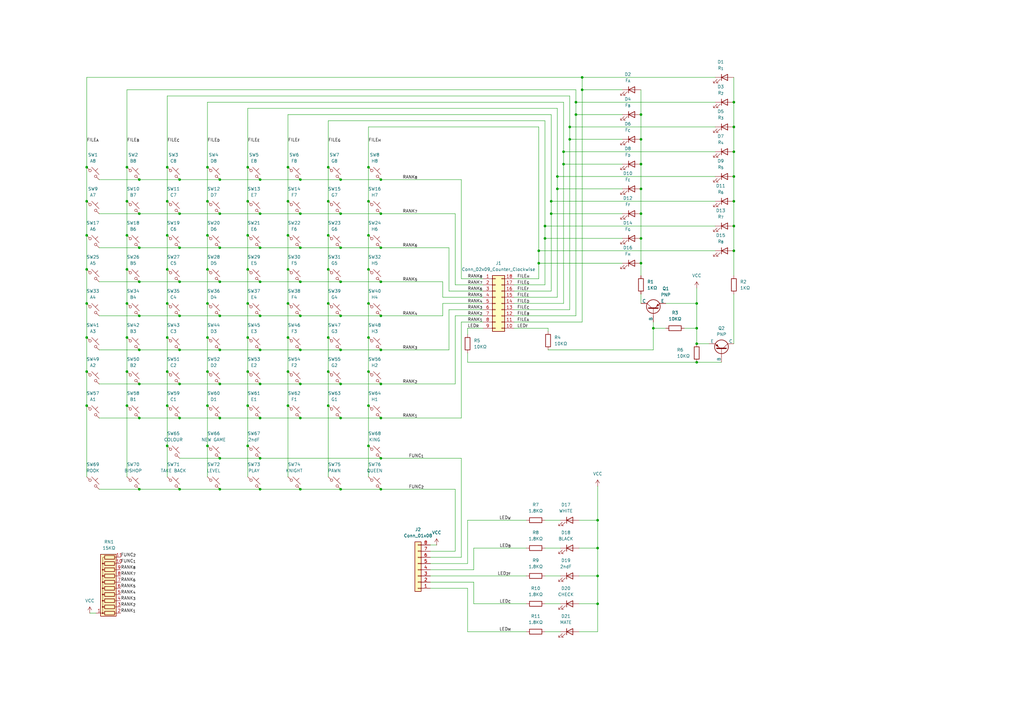
<source format=kicad_sch>
(kicad_sch (version 20250114) (generator "eeschema") (generator_version "9.0")
  (paper "A3")
  (title_block (title "Chess Keypad for Tandy 1650") (date "16/JAN/2026") (rev "WIP") (company "Brett Hallen"))
  (junction (at 151.13 124.46))
  (junction (at 35.56 124.46))
  (junction (at 52.07 96.52))
  (junction (at 68.58 82.55))
  (junction (at 106.68 143.51))
  (junction (at 134.62 68.58))
  (junction (at 57.15 101.6))
  (junction (at 57.15 157.48))
  (junction (at 262.89 77.47))
  (junction (at 139.7 115.57))
  (junction (at 300.99 92.71))
  (junction (at 220.98 107.95))
  (junction (at 300.99 52.07))
  (junction (at 262.89 57.15))
  (junction (at 139.7 157.48))
  (junction (at 118.11 166.37))
  (junction (at 90.17 200.66))
  (junction (at 220.98 102.87))
  (junction (at 85.09 166.37))
  (junction (at 68.58 138.43))
  (junction (at 35.56 96.52))
  (junction (at 73.66 143.51))
  (junction (at 123.19 115.57))
  (junction (at 57.15 87.63))
  (junction (at 57.15 200.66))
  (junction (at 245.11 236.22))
  (junction (at 231.14 62.23))
  (junction (at 151.13 166.37))
  (junction (at 57.15 171.45))
  (junction (at 57.15 129.54))
  (junction (at 101.6 68.58))
  (junction (at 262.89 107.95))
  (junction (at 233.68 57.15))
  (junction (at 156.21 187.96))
  (junction (at 226.06 87.63))
  (junction (at 134.62 124.46))
  (junction (at 231.14 67.31))
  (junction (at 52.07 82.55))
  (junction (at 52.07 152.4))
  (junction (at 285.75 124.46))
  (junction (at 68.58 110.49))
  (junction (at 73.66 171.45))
  (junction (at 35.56 152.4))
  (junction (at 300.99 72.39))
  (junction (at 73.66 87.63))
  (junction (at 68.58 68.58))
  (junction (at 57.15 115.57))
  (junction (at 285.75 140.97))
  (junction (at 106.68 157.48))
  (junction (at 73.66 115.57))
  (junction (at 223.52 97.79))
  (junction (at 68.58 152.4))
  (junction (at 101.6 138.43))
  (junction (at 134.62 152.4))
  (junction (at 106.68 129.54))
  (junction (at 123.19 200.66))
  (junction (at 106.68 87.63))
  (junction (at 233.68 52.07))
  (junction (at 267.97 134.62))
  (junction (at 106.68 187.96))
  (junction (at 123.19 157.48))
  (junction (at 35.56 68.58))
  (junction (at 118.11 124.46))
  (junction (at 68.58 166.37))
  (junction (at 245.11 247.65))
  (junction (at 156.21 171.45))
  (junction (at 101.6 96.52))
  (junction (at 35.56 82.55))
  (junction (at 85.09 138.43))
  (junction (at 73.66 200.66))
  (junction (at 156.21 129.54))
  (junction (at 90.17 87.63))
  (junction (at 134.62 110.49))
  (junction (at 73.66 129.54))
  (junction (at 68.58 182.88))
  (junction (at 300.99 82.55))
  (junction (at 238.76 31.75))
  (junction (at 90.17 187.96))
  (junction (at 118.11 138.43))
  (junction (at 35.56 138.43))
  (junction (at 156.21 200.66))
  (junction (at 106.68 101.6))
  (junction (at 85.09 152.4))
  (junction (at 262.89 97.79))
  (junction (at 57.15 143.51))
  (junction (at 139.7 171.45))
  (junction (at 236.22 41.91))
  (junction (at 90.17 157.48))
  (junction (at 151.13 152.4))
  (junction (at 123.19 87.63))
  (junction (at 52.07 138.43))
  (junction (at 52.07 166.37))
  (junction (at 139.7 73.66))
  (junction (at 35.56 166.37))
  (junction (at 139.7 129.54))
  (junction (at 118.11 152.4))
  (junction (at 156.21 101.6))
  (junction (at 118.11 110.49))
  (junction (at 101.6 124.46))
  (junction (at 139.7 101.6))
  (junction (at 123.19 129.54))
  (junction (at 134.62 96.52))
  (junction (at 151.13 82.55))
  (junction (at 106.68 73.66))
  (junction (at 139.7 143.51))
  (junction (at 245.11 224.79))
  (junction (at 118.11 68.58))
  (junction (at 106.68 171.45))
  (junction (at 73.66 157.48))
  (junction (at 68.58 124.46))
  (junction (at 151.13 68.58))
  (junction (at 139.7 200.66))
  (junction (at 52.07 110.49))
  (junction (at 123.19 143.51))
  (junction (at 245.11 213.36))
  (junction (at 85.09 124.46))
  (junction (at 151.13 96.52))
  (junction (at 223.52 92.71))
  (junction (at 101.6 182.88))
  (junction (at 238.76 36.83))
  (junction (at 85.09 110.49))
  (junction (at 262.89 46.99))
  (junction (at 85.09 182.88))
  (junction (at 236.22 46.99))
  (junction (at 106.68 115.57))
  (junction (at 151.13 110.49))
  (junction (at 73.66 101.6))
  (junction (at 300.99 102.87))
  (junction (at 156.21 115.57))
  (junction (at 57.15 73.66))
  (junction (at 151.13 182.88))
  (junction (at 106.68 200.66))
  (junction (at 228.6 77.47))
  (junction (at 156.21 87.63))
  (junction (at 123.19 101.6))
  (junction (at 151.13 138.43))
  (junction (at 101.6 152.4))
  (junction (at 52.07 124.46))
  (junction (at 101.6 110.49))
  (junction (at 118.11 96.52))
  (junction (at 90.17 171.45))
  (junction (at 73.66 73.66))
  (junction (at 90.17 129.54))
  (junction (at 90.17 73.66))
  (junction (at 101.6 82.55))
  (junction (at 262.89 67.31))
  (junction (at 85.09 82.55))
  (junction (at 85.09 68.58))
  (junction (at 101.6 166.37))
  (junction (at 226.06 82.55))
  (junction (at 156.21 73.66))
  (junction (at 139.7 87.63))
  (junction (at 123.19 73.66))
  (junction (at 300.99 41.91))
  (junction (at 262.89 87.63))
  (junction (at 90.17 143.51))
  (junction (at 285.75 148.59))
  (junction (at 85.09 96.52))
  (junction (at 90.17 115.57))
  (junction (at 156.21 143.51))
  (junction (at 134.62 138.43))
  (junction (at 118.11 82.55))
  (junction (at 134.62 82.55))
  (junction (at 123.19 171.45))
  (junction (at 52.07 68.58))
  (junction (at 285.75 134.62))
  (junction (at 68.58 96.52))
  (junction (at 134.62 166.37))
  (junction (at 90.17 101.6))
  (junction (at 300.99 62.23))
  (junction (at 228.6 72.39))
  (junction (at 35.56 110.49))
  (junction (at 156.21 157.48))
  (wire (pts (xy 273.05 134.62) (xy 267.97 134.62)))
  (wire (pts (xy 85.09 41.91) (xy 85.09 68.58)))
  (wire (pts (xy 57.15 129.54) (xy 73.66 129.54)))
  (wire (pts (xy 118.11 110.49) (xy 118.11 124.46)))
  (wire (pts (xy 228.6 44.45) (xy 228.6 72.39)))
  (wire (pts (xy 52.07 166.37) (xy 52.07 195.58)))
  (wire (pts (xy 194.31 238.76) (xy 194.31 247.65)))
  (wire (pts (xy 198.12 129.54) (xy 186.69 129.54)))
  (wire (pts (xy 156.21 171.45) (xy 189.23 171.45)))
  (wire (pts (xy 106.68 171.45) (xy 123.19 171.45)))
  (wire (pts (xy 223.52 224.79) (xy 229.87 224.79)))
  (wire (pts (xy 181.61 121.92) (xy 181.61 115.57)))
  (wire (pts (xy 123.19 171.45) (xy 139.7 171.45)))
  (wire (pts (xy 156.21 187.96) (xy 189.23 187.96)))
  (wire (pts (xy 176.53 228.6) (xy 189.23 228.6)))
  (wire (pts (xy 134.62 68.58) (xy 134.62 82.55)))
  (wire (pts (xy 52.07 138.43) (xy 52.07 152.4)))
  (wire (pts (xy 245.11 236.22) (xy 237.49 236.22)))
  (wire (pts (xy 139.7 157.48) (xy 156.21 157.48)))
  (wire (pts (xy 223.52 92.71) (xy 223.52 97.79)))
  (wire (pts (xy 90.17 200.66) (xy 106.68 200.66)))
  (wire (pts (xy 300.99 72.39) (xy 300.99 82.55)))
  (wire (pts (xy 90.17 171.45) (xy 106.68 171.45)))
  (wire (pts (xy 285.75 148.59) (xy 295.91 148.59)))
  (wire (pts (xy 123.19 143.51) (xy 139.7 143.51)))
  (wire (pts (xy 40.64 87.63) (xy 57.15 87.63)))
  (wire (pts (xy 262.89 120.65) (xy 262.89 124.46)))
  (wire (pts (xy 139.7 101.6) (xy 156.21 101.6)))
  (wire (pts (xy 73.66 115.57) (xy 90.17 115.57)))
  (wire (pts (xy 57.15 171.45) (xy 73.66 171.45)))
  (wire (pts (xy 210.82 132.08) (xy 238.76 132.08)))
  (wire (pts (xy 224.79 134.62) (xy 210.82 134.62)))
  (wire (pts (xy 189.23 228.6) (xy 189.23 187.96)))
  (wire (pts (xy 151.13 96.52) (xy 151.13 110.49)))
  (wire (pts (xy 90.17 73.66) (xy 106.68 73.66)))
  (wire (pts (xy 85.09 166.37) (xy 85.09 182.88)))
  (wire (pts (xy 300.99 52.07) (xy 300.99 62.23)))
  (wire (pts (xy 210.82 114.3) (xy 220.98 114.3)))
  (wire (pts (xy 224.79 135.89) (xy 224.79 134.62)))
  (wire (pts (xy 223.52 97.79) (xy 255.27 97.79)))
  (wire (pts (xy 151.13 182.88) (xy 151.13 195.58)))
  (wire (pts (xy 68.58 110.49) (xy 68.58 124.46)))
  (wire (pts (xy 151.13 68.58) (xy 151.13 82.55)))
  (wire (pts (xy 156.21 200.66) (xy 186.69 200.66)))
  (wire (pts (xy 236.22 46.99) (xy 236.22 129.54)))
  (wire (pts (xy 231.14 67.31) (xy 231.14 124.46)))
  (wire (pts (xy 151.13 110.49) (xy 151.13 124.46)))
  (wire (pts (xy 40.64 115.57) (xy 57.15 115.57)))
  (wire (pts (xy 191.77 241.3) (xy 191.77 259.08)))
  (wire (pts (xy 236.22 41.91) (xy 236.22 46.99)))
  (wire (pts (xy 233.68 52.07) (xy 233.68 57.15)))
  (wire (pts (xy 300.99 31.75) (xy 300.99 41.91)))
  (wire (pts (xy 245.11 213.36) (xy 237.49 213.36)))
  (wire (pts (xy 238.76 36.83) (xy 238.76 132.08)))
  (wire (pts (xy 134.62 152.4) (xy 134.62 166.37)))
  (wire (pts (xy 181.61 124.46) (xy 181.61 129.54)))
  (wire (pts (xy 184.15 119.38) (xy 184.15 101.6)))
  (wire (pts (xy 226.06 119.38) (xy 226.06 87.63)))
  (wire (pts (xy 90.17 143.51) (xy 106.68 143.51)))
  (wire (pts (xy 210.82 116.84) (xy 223.52 116.84)))
  (wire (pts (xy 223.52 49.53) (xy 223.52 92.71)))
  (wire (pts (xy 101.6 166.37) (xy 101.6 182.88)))
  (wire (pts (xy 68.58 166.37) (xy 68.58 182.88)))
  (wire (pts (xy 90.17 101.6) (xy 106.68 101.6)))
  (wire (pts (xy 73.66 73.66) (xy 90.17 73.66)))
  (wire (pts (xy 179.07 223.52) (xy 176.53 223.52)))
  (wire (pts (xy 228.6 72.39) (xy 293.37 72.39)))
  (wire (pts (xy 293.37 31.75) (xy 238.76 31.75)))
  (wire (pts (xy 123.19 73.66) (xy 139.7 73.66)))
  (wire (pts (xy 73.66 87.63) (xy 90.17 87.63)))
  (wire (pts (xy 231.14 67.31) (xy 255.27 67.31)))
  (wire (pts (xy 123.19 115.57) (xy 139.7 115.57)))
  (wire (pts (xy 52.07 96.52) (xy 52.07 110.49)))
  (wire (pts (xy 245.11 236.22) (xy 245.11 247.65)))
  (wire (pts (xy 300.99 62.23) (xy 300.99 72.39)))
  (wire (pts (xy 123.19 200.66) (xy 139.7 200.66)))
  (wire (pts (xy 106.68 101.6) (xy 123.19 101.6)))
  (wire (pts (xy 198.12 119.38) (xy 184.15 119.38)))
  (wire (pts (xy 191.77 148.59) (xy 285.75 148.59)))
  (wire (pts (xy 223.52 92.71) (xy 293.37 92.71)))
  (wire (pts (xy 267.97 132.08) (xy 267.97 134.62)))
  (wire (pts (xy 198.12 121.92) (xy 181.61 121.92)))
  (wire (pts (xy 35.56 82.55) (xy 35.56 96.52)))
  (wire (pts (xy 262.89 46.99) (xy 262.89 57.15)))
  (wire (pts (xy 85.09 124.46) (xy 85.09 138.43)))
  (wire (pts (xy 52.07 36.83) (xy 52.07 68.58)))
  (wire (pts (xy 68.58 138.43) (xy 68.58 152.4)))
  (wire (pts (xy 134.62 138.43) (xy 134.62 152.4)))
  (wire (pts (xy 134.62 49.53) (xy 134.62 68.58)))
  (wire (pts (xy 85.09 152.4) (xy 85.09 166.37)))
  (wire (pts (xy 90.17 157.48) (xy 106.68 157.48)))
  (wire (pts (xy 118.11 96.52) (xy 118.11 110.49)))
  (wire (pts (xy 139.7 129.54) (xy 156.21 129.54)))
  (wire (pts (xy 85.09 96.52) (xy 85.09 110.49)))
  (wire (pts (xy 210.82 129.54) (xy 236.22 129.54)))
  (wire (pts (xy 285.75 140.97) (xy 285.75 134.62)))
  (wire (pts (xy 90.17 187.96) (xy 106.68 187.96)))
  (wire (pts (xy 123.19 101.6) (xy 139.7 101.6)))
  (wire (pts (xy 236.22 36.83) (xy 236.22 41.91)))
  (wire (pts (xy 262.89 87.63) (xy 262.89 97.79)))
  (wire (pts (xy 220.98 52.07) (xy 151.13 52.07)))
  (wire (pts (xy 215.9 259.08) (xy 191.77 259.08)))
  (wire (pts (xy 139.7 200.66) (xy 156.21 200.66)))
  (wire (pts (xy 186.69 116.84) (xy 186.69 87.63)))
  (wire (pts (xy 73.66 129.54) (xy 90.17 129.54)))
  (wire (pts (xy 194.31 224.79) (xy 194.31 233.68)))
  (wire (pts (xy 228.6 44.45) (xy 101.6 44.45)))
  (wire (pts (xy 106.68 200.66) (xy 123.19 200.66)))
  (wire (pts (xy 226.06 87.63) (xy 255.27 87.63)))
  (wire (pts (xy 262.89 67.31) (xy 262.89 77.47)))
  (wire (pts (xy 156.21 143.51) (xy 184.15 143.51)))
  (wire (pts (xy 215.9 247.65) (xy 194.31 247.65)))
  (wire (pts (xy 273.05 124.46) (xy 285.75 124.46)))
  (wire (pts (xy 85.09 110.49) (xy 85.09 124.46)))
  (wire (pts (xy 73.66 101.6) (xy 90.17 101.6)))
  (wire (pts (xy 176.53 241.3) (xy 191.77 241.3)))
  (wire (pts (xy 300.99 92.71) (xy 300.99 102.87)))
  (wire (pts (xy 101.6 68.58) (xy 101.6 82.55)))
  (wire (pts (xy 267.97 134.62) (xy 267.97 143.51)))
  (wire (pts (xy 52.07 152.4) (xy 52.07 166.37)))
  (wire (pts (xy 231.14 62.23) (xy 231.14 67.31)))
  (wire (pts (xy 210.82 121.92) (xy 228.6 121.92)))
  (wire (pts (xy 106.68 187.96) (xy 156.21 187.96)))
  (wire (pts (xy 238.76 31.75) (xy 35.56 31.75)))
  (wire (pts (xy 101.6 96.52) (xy 101.6 110.49)))
  (wire (pts (xy 245.11 224.79) (xy 245.11 236.22)))
  (wire (pts (xy 198.12 132.08) (xy 189.23 132.08)))
  (wire (pts (xy 198.12 127) (xy 184.15 127)))
  (wire (pts (xy 156.21 87.63) (xy 186.69 87.63)))
  (wire (pts (xy 73.66 171.45) (xy 90.17 171.45)))
  (wire (pts (xy 300.99 82.55) (xy 300.99 92.71)))
  (wire (pts (xy 262.89 107.95) (xy 262.89 113.03)))
  (wire (pts (xy 238.76 31.75) (xy 238.76 36.83)))
  (wire (pts (xy 236.22 46.99) (xy 255.27 46.99)))
  (wire (pts (xy 101.6 152.4) (xy 101.6 166.37)))
  (wire (pts (xy 90.17 129.54) (xy 106.68 129.54)))
  (wire (pts (xy 224.79 143.51) (xy 267.97 143.51)))
  (wire (pts (xy 156.21 115.57) (xy 181.61 115.57)))
  (wire (pts (xy 35.56 110.49) (xy 35.56 124.46)))
  (wire (pts (xy 68.58 82.55) (xy 68.58 96.52)))
  (wire (pts (xy 57.15 143.51) (xy 73.66 143.51)))
  (wire (pts (xy 186.69 129.54) (xy 186.69 157.48)))
  (wire (pts (xy 210.82 124.46) (xy 231.14 124.46)))
  (wire (pts (xy 134.62 124.46) (xy 134.62 138.43)))
  (wire (pts (xy 285.75 134.62) (xy 285.75 124.46)))
  (wire (pts (xy 262.89 57.15) (xy 262.89 67.31)))
  (wire (pts (xy 40.64 143.51) (xy 57.15 143.51)))
  (wire (pts (xy 90.17 87.63) (xy 106.68 87.63)))
  (wire (pts (xy 237.49 247.65) (xy 245.11 247.65)))
  (wire (pts (xy 40.64 129.54) (xy 57.15 129.54)))
  (wire (pts (xy 300.99 102.87) (xy 300.99 113.03)))
  (wire (pts (xy 198.12 134.62) (xy 191.77 134.62)))
  (wire (pts (xy 290.83 140.97) (xy 285.75 140.97)))
  (wire (pts (xy 85.09 82.55) (xy 85.09 96.52)))
  (wire (pts (xy 35.56 124.46) (xy 35.56 138.43)))
  (wire (pts (xy 176.53 231.14) (xy 191.77 231.14)))
  (wire (pts (xy 156.21 129.54) (xy 181.61 129.54)))
  (wire (pts (xy 36.83 251.46) (xy 39.37 251.46)))
  (wire (pts (xy 106.68 143.51) (xy 123.19 143.51)))
  (wire (pts (xy 139.7 87.63) (xy 156.21 87.63)))
  (wire (pts (xy 35.56 31.75) (xy 35.56 68.58)))
  (wire (pts (xy 226.06 46.99) (xy 226.06 82.55)))
  (wire (pts (xy 220.98 107.95) (xy 255.27 107.95)))
  (wire (pts (xy 184.15 127) (xy 184.15 143.51)))
  (wire (pts (xy 231.14 41.91) (xy 231.14 62.23)))
  (wire (pts (xy 57.15 87.63) (xy 73.66 87.63)))
  (wire (pts (xy 101.6 44.45) (xy 101.6 68.58)))
  (wire (pts (xy 52.07 124.46) (xy 52.07 138.43)))
  (wire (pts (xy 73.66 143.51) (xy 90.17 143.51)))
  (wire (pts (xy 226.06 46.99) (xy 118.11 46.99)))
  (wire (pts (xy 198.12 116.84) (xy 186.69 116.84)))
  (wire (pts (xy 220.98 114.3) (xy 220.98 107.95)))
  (wire (pts (xy 68.58 182.88) (xy 68.58 195.58)))
  (wire (pts (xy 231.14 41.91) (xy 85.09 41.91)))
  (wire (pts (xy 245.11 199.39) (xy 245.11 213.36)))
  (wire (pts (xy 233.68 39.37) (xy 68.58 39.37)))
  (wire (pts (xy 139.7 171.45) (xy 156.21 171.45)))
  (wire (pts (xy 228.6 77.47) (xy 228.6 121.92)))
  (wire (pts (xy 68.58 124.46) (xy 68.58 138.43)))
  (wire (pts (xy 101.6 124.46) (xy 101.6 138.43)))
  (wire (pts (xy 191.77 144.78) (xy 191.77 148.59)))
  (wire (pts (xy 233.68 57.15) (xy 233.68 127)))
  (wire (pts (xy 134.62 96.52) (xy 134.62 110.49)))
  (wire (pts (xy 223.52 259.08) (xy 229.87 259.08)))
  (wire (pts (xy 280.67 134.62) (xy 285.75 134.62)))
  (wire (pts (xy 101.6 138.43) (xy 101.6 152.4)))
  (wire (pts (xy 233.68 39.37) (xy 233.68 52.07)))
  (wire (pts (xy 118.11 138.43) (xy 118.11 152.4)))
  (wire (pts (xy 35.56 138.43) (xy 35.56 152.4)))
  (wire (pts (xy 57.15 115.57) (xy 73.66 115.57)))
  (wire (pts (xy 123.19 157.48) (xy 139.7 157.48)))
  (wire (pts (xy 262.89 77.47) (xy 262.89 87.63)))
  (wire (pts (xy 231.14 62.23) (xy 293.37 62.23)))
  (wire (pts (xy 220.98 102.87) (xy 220.98 107.95)))
  (wire (pts (xy 68.58 39.37) (xy 68.58 68.58)))
  (wire (pts (xy 151.13 52.07) (xy 151.13 68.58)))
  (wire (pts (xy 156.21 73.66) (xy 189.23 73.66)))
  (wire (pts (xy 118.11 46.99) (xy 118.11 68.58)))
  (wire (pts (xy 236.22 36.83) (xy 52.07 36.83)))
  (wire (pts (xy 123.19 87.63) (xy 139.7 87.63)))
  (wire (pts (xy 40.64 200.66) (xy 57.15 200.66)))
  (wire (pts (xy 151.13 152.4) (xy 151.13 166.37)))
  (wire (pts (xy 139.7 143.51) (xy 156.21 143.51)))
  (wire (pts (xy 134.62 166.37) (xy 134.62 195.58)))
  (wire (pts (xy 198.12 114.3) (xy 189.23 114.3)))
  (wire (pts (xy 106.68 115.57) (xy 123.19 115.57)))
  (wire (pts (xy 151.13 82.55) (xy 151.13 96.52)))
  (wire (pts (xy 233.68 57.15) (xy 255.27 57.15)))
  (wire (pts (xy 40.64 73.66) (xy 57.15 73.66)))
  (wire (pts (xy 220.98 52.07) (xy 220.98 102.87)))
  (wire (pts (xy 223.52 116.84) (xy 223.52 97.79)))
  (wire (pts (xy 101.6 82.55) (xy 101.6 96.52)))
  (wire (pts (xy 106.68 73.66) (xy 123.19 73.66)))
  (wire (pts (xy 118.11 124.46) (xy 118.11 138.43)))
  (wire (pts (xy 151.13 124.46) (xy 151.13 138.43)))
  (wire (pts (xy 189.23 132.08) (xy 189.23 171.45)))
  (wire (pts (xy 300.99 41.91) (xy 300.99 52.07)))
  (wire (pts (xy 233.68 52.07) (xy 293.37 52.07)))
  (wire (pts (xy 118.11 152.4) (xy 118.11 166.37)))
  (wire (pts (xy 90.17 115.57) (xy 106.68 115.57)))
  (wire (pts (xy 73.66 187.96) (xy 90.17 187.96)))
  (wire (pts (xy 285.75 118.11) (xy 285.75 124.46)))
  (wire (pts (xy 176.53 236.22) (xy 215.9 236.22)))
  (wire (pts (xy 223.52 49.53) (xy 134.62 49.53)))
  (wire (pts (xy 226.06 82.55) (xy 293.37 82.55)))
  (wire (pts (xy 237.49 259.08) (xy 245.11 259.08)))
  (wire (pts (xy 215.9 213.36) (xy 191.77 213.36)))
  (wire (pts (xy 85.09 138.43) (xy 85.09 152.4)))
  (wire (pts (xy 186.69 226.06) (xy 186.69 200.66)))
  (wire (pts (xy 85.09 182.88) (xy 85.09 195.58)))
  (wire (pts (xy 52.07 110.49) (xy 52.07 124.46)))
  (wire (pts (xy 191.77 134.62) (xy 191.77 137.16)))
  (wire (pts (xy 151.13 166.37) (xy 151.13 182.88)))
  (wire (pts (xy 176.53 238.76) (xy 194.31 238.76)))
  (wire (pts (xy 191.77 213.36) (xy 191.77 231.14)))
  (wire (pts (xy 35.56 68.58) (xy 35.56 82.55)))
  (wire (pts (xy 245.11 247.65) (xy 245.11 259.08)))
  (wire (pts (xy 226.06 82.55) (xy 226.06 87.63)))
  (wire (pts (xy 101.6 110.49) (xy 101.6 124.46)))
  (wire (pts (xy 245.11 224.79) (xy 237.49 224.79)))
  (wire (pts (xy 228.6 72.39) (xy 228.6 77.47)))
  (wire (pts (xy 210.82 127) (xy 233.68 127)))
  (wire (pts (xy 223.52 236.22) (xy 229.87 236.22)))
  (wire (pts (xy 68.58 68.58) (xy 68.58 82.55)))
  (wire (pts (xy 151.13 138.43) (xy 151.13 152.4)))
  (wire (pts (xy 156.21 157.48) (xy 186.69 157.48)))
  (wire (pts (xy 228.6 77.47) (xy 255.27 77.47)))
  (wire (pts (xy 52.07 82.55) (xy 52.07 96.52)))
  (wire (pts (xy 35.56 96.52) (xy 35.56 110.49)))
  (wire (pts (xy 176.53 226.06) (xy 186.69 226.06)))
  (wire (pts (xy 223.52 213.36) (xy 229.87 213.36)))
  (wire (pts (xy 236.22 41.91) (xy 293.37 41.91)))
  (wire (pts (xy 223.52 247.65) (xy 229.87 247.65)))
  (wire (pts (xy 40.64 157.48) (xy 57.15 157.48)))
  (wire (pts (xy 139.7 115.57) (xy 156.21 115.57)))
  (wire (pts (xy 85.09 68.58) (xy 85.09 82.55)))
  (wire (pts (xy 156.21 101.6) (xy 184.15 101.6)))
  (wire (pts (xy 106.68 129.54) (xy 123.19 129.54)))
  (wire (pts (xy 189.23 114.3) (xy 189.23 73.66)))
  (wire (pts (xy 57.15 157.48) (xy 73.66 157.48)))
  (wire (pts (xy 118.11 166.37) (xy 118.11 195.58)))
  (wire (pts (xy 57.15 73.66) (xy 73.66 73.66)))
  (wire (pts (xy 262.89 36.83) (xy 262.89 46.99)))
  (wire (pts (xy 106.68 87.63) (xy 123.19 87.63)))
  (wire (pts (xy 57.15 101.6) (xy 73.66 101.6)))
  (wire (pts (xy 35.56 152.4) (xy 35.56 166.37)))
  (wire (pts (xy 238.76 36.83) (xy 255.27 36.83)))
  (wire (pts (xy 139.7 73.66) (xy 156.21 73.66)))
  (wire (pts (xy 300.99 120.65) (xy 300.99 140.97)))
  (wire (pts (xy 198.12 124.46) (xy 181.61 124.46)))
  (wire (pts (xy 118.11 82.55) (xy 118.11 96.52)))
  (wire (pts (xy 35.56 166.37) (xy 35.56 195.58)))
  (wire (pts (xy 118.11 68.58) (xy 118.11 82.55)))
  (wire (pts (xy 73.66 200.66) (xy 90.17 200.66)))
  (wire (pts (xy 68.58 96.52) (xy 68.58 110.49)))
  (wire (pts (xy 220.98 102.87) (xy 293.37 102.87)))
  (wire (pts (xy 40.64 171.45) (xy 57.15 171.45)))
  (wire (pts (xy 57.15 200.66) (xy 73.66 200.66)))
  (wire (pts (xy 73.66 157.48) (xy 90.17 157.48)))
  (wire (pts (xy 68.58 152.4) (xy 68.58 166.37)))
  (wire (pts (xy 245.11 213.36) (xy 245.11 224.79)))
  (wire (pts (xy 210.82 119.38) (xy 226.06 119.38)))
  (wire (pts (xy 106.68 157.48) (xy 123.19 157.48)))
  (wire (pts (xy 134.62 110.49) (xy 134.62 124.46)))
  (wire (pts (xy 123.19 129.54) (xy 139.7 129.54)))
  (wire (pts (xy 101.6 182.88) (xy 101.6 195.58)))
  (wire (pts (xy 134.62 82.55) (xy 134.62 96.52)))
  (wire (pts (xy 40.64 101.6) (xy 57.15 101.6)))
  (wire (pts (xy 215.9 224.79) (xy 194.31 224.79)))
  (wire (pts (xy 52.07 68.58) (xy 52.07 82.55)))
  (wire (pts (xy 176.53 233.68) (xy 194.31 233.68)))
  (wire (pts (xy 262.89 97.79) (xy 262.89 107.95)))
  (label "FUNC_{1}" (at 167.64 187.96 0))
  (label "RANK_{1}" (at 49.53 251.46 0))
  (label "RANK_{5}" (at 165.1 115.57 0))
  (label "RANK_{7}" (at 165.1 87.63 0))
  (label "RANK_{6}" (at 165.1 101.6 0))
  (label "RANK_{8}" (at 165.1 73.66 0))
  (label "RANK_{4}" (at 165.1 129.54 0))
  (label "RANK_{3}" (at 165.1 143.51 0))
  (label "RANK_{1}" (at 165.1 171.45 0))
  (label "RANK_{2}" (at 165.1 157.48 0))
  (label "RANK_{4}" (at 49.53 243.84 0))
  (label "FUNC_{1}" (at 49.53 231.14 0))
  (label "FILE_{G}" (at 212.09 116.84 0))
  (label "FILE_{H}" (at 212.09 114.3 0))
  (label "FILE_{F}" (at 212.09 119.38 0))
  (label "FILE_{E}" (at 212.09 121.92 0))
  (label "FILE_{D}" (at 212.09 124.46 0))
  (label "FILE_{A}" (at 212.09 132.08 0))
  (label "FILE_{B}" (at 212.09 129.54 0))
  (label "FILE_{C}" (at 212.09 127 0))
  (label "RANK_{3}" (at 49.53 246.38 0))
  (label "RANK_{8}" (at 49.53 233.68 0))
  (label "LED_{F}" (at 212.09 134.62 0))
  (label "LED_{R}" (at 191.77 134.62 0))
  (label "FUNC_{2}" (at 167.64 200.66 0))
  (label "LED_{C}" (at 209.55 247.65 180))
  (label "FUNC_{2}" (at 49.53 228.6 0))
  (label "LED_{W}" (at 209.55 213.36 180))
  (label "LED_{B}" (at 209.55 224.79 180))
  (label "RANK_{2}" (at 49.53 248.92 0))
  (label "RANK_{7}" (at 49.53 236.22 0))
  (label "FILE_{B}" (at 52.07 58.42 0))
  (label "FILE_{C}" (at 68.58 58.42 0))
  (label "FILE_{G}" (at 134.62 58.42 0))
  (label "FILE_{F}" (at 118.11 58.42 0))
  (label "FILE_{D}" (at 85.09 58.42 0))
  (label "FILE_{E}" (at 101.6 58.42 0))
  (label "FILE_{H}" (at 151.13 58.42 0))
  (label "FILE_{A}" (at 35.56 58.42 0))
  (label "RANK_{7}" (at 191.77 116.84 0))
  (label "RANK_{8}" (at 191.77 114.3 0))
  (label "RANK_{6}" (at 191.77 119.38 0))
  (label "RANK_{5}" (at 191.77 121.92 0))
  (label "RANK_{4}" (at 191.77 124.46 0))
  (label "RANK_{1}" (at 191.77 132.08 0))
  (label "RANK_{3}" (at 191.77 127 0))
  (label "RANK_{2}" (at 191.77 129.54 0))
  (label "RANK_{5}" (at 49.53 241.3 0))
  (label "RANK_{6}" (at 49.53 238.76 0))
  (label "LED_{M}" (at 209.55 259.08 180))
  (label "LED_{2F}" (at 209.55 236.22 180))
  (symbol (lib_id "Switch:SW_Push_45deg") (at 71.12 168.91 0) (unit 1)
    (property "Reference" "SW59" (at 71.12 161.29 0))
    (property "Value" "C1" (at 71.12 163.83 0))
    (property "Footprint" "Button_Switch_THT:SW_PUSH_6mm" (effects (hide yes)))
    (property "Description" "Push button switch, normally open, two pins, 45° tilted" (effects (hide yes)))
  )
  (symbol (lib_id "Switch:SW_Push_45deg") (at 54.61 85.09 0) (unit 1)
    (property "Reference" "SW10" (at 54.61 77.47 0))
    (property "Value" "B7" (at 54.61 80.01 0))
    (property "Footprint" "Button_Switch_THT:SW_PUSH_6mm" (effects (hide yes)))
    (property "Description" "Push button switch, normally open, two pins, 45° tilted" (effects (hide yes)))
  )
  (symbol (lib_id "Switch:SW_Push_45deg") (at 38.1 85.09 0) (unit 1)
    (property "Reference" "SW9" (at 38.1 77.47 0))
    (property "Value" "A7" (at 38.1 80.01 0))
    (property "Footprint" "Button_Switch_THT:SW_PUSH_6mm" (effects (hide yes)))
    (property "Description" "Push button switch, normally open, two pins, 45° tilted" (effects (hide yes)))
  )
  (symbol (lib_id "Switch:SW_Push_45deg") (at 120.65 168.91 0) (unit 1)
    (property "Reference" "SW62" (at 120.65 161.29 0))
    (property "Value" "F1" (at 120.65 163.83 0))
    (property "Footprint" "Button_Switch_THT:SW_PUSH_6mm" (effects (hide yes)))
    (property "Description" "Push button switch, normally open, two pins, 45° tilted" (effects (hide yes)))
  )
  (symbol (lib_id "Switch:SW_Push_45deg") (at 87.63 198.12 0) (unit 1)
    (property "Reference" "SW72" (at 87.63 190.5 0))
    (property "Value" "LEVEL" (at 87.63 193.04 0))
    (property "Footprint" "Button_Switch_THT:SW_PUSH_6mm" (effects (hide yes)))
    (property "Description" "Push button switch, normally open, two pins, 45° tilted" (effects (hide yes)))
  )
  (symbol (lib_id "power:VCC") (at 285.75 118.11 0) (unit 1)
    (property "Reference" "#PWR01" (effects (hide yes)))
    (property "Value" "VCC" (at 285.75 113.03 0))
    (property "Description" "Power symbol creates a global label with name \"VCC\"" (effects (hide yes)))
  )
  (symbol (lib_id "Device:LED") (at 297.18 102.87 0) (unit 1)
    (property "Reference" "D15" (at 295.5925 96.52 0))
    (property "Value" "R_{8}" (at 295.5925 99.06 0))
    (property "Footprint" "LED_THT:LED_D5.0mm" (effects (hide yes)))
    (property "Description" "Light emitting diode" (effects (hide yes)))
    (property "Sim.Pins" "1=K 2=A" (effects (hide yes)))
  )
  (symbol (lib_id "Switch:SW_Push_45deg") (at 87.63 127 0) (unit 1)
    (property "Reference" "SW36" (at 87.63 119.38 0))
    (property "Value" "D4" (at 87.63 121.92 0))
    (property "Footprint" "Button_Switch_THT:SW_PUSH_6mm" (effects (hide yes)))
    (property "Description" "Push button switch, normally open, two pins, 45° tilted" (effects (hide yes)))
  )
  (symbol (lib_id "Switch:SW_Push_45deg") (at 137.16 140.97 0) (unit 1)
    (property "Reference" "SW47" (at 137.16 133.35 0))
    (property "Value" "G3" (at 137.16 135.89 0))
    (property "Footprint" "Button_Switch_THT:SW_PUSH_6mm" (effects (hide yes)))
    (property "Description" "Push button switch, normally open, two pins, 45° tilted" (effects (hide yes)))
  )
  (symbol (lib_id "Switch:SW_Push_45deg") (at 153.67 113.03 0) (unit 1)
    (property "Reference" "SW32" (at 153.67 105.41 0))
    (property "Value" "H5" (at 153.67 107.95 0))
    (property "Footprint" "Button_Switch_THT:SW_PUSH_6mm" (effects (hide yes)))
    (property "Description" "Push button switch, normally open, two pins, 45° tilted" (effects (hide yes)))
  )
  (symbol (lib_id "Device:LED") (at 297.18 62.23 0) (unit 1)
    (property "Reference" "D7" (at 295.5925 55.88 0))
    (property "Value" "R_{4}" (at 295.5925 58.42 0))
    (property "Footprint" "LED_THT:LED_D5.0mm" (effects (hide yes)))
    (property "Description" "Light emitting diode" (effects (hide yes)))
    (property "Sim.Pins" "1=K 2=A" (effects (hide yes)))
  )
  (symbol (lib_id "Switch:SW_Push_45deg") (at 71.12 85.09 0) (unit 1)
    (property "Reference" "SW11" (at 71.12 77.47 0))
    (property "Value" "C7" (at 71.12 80.01 0))
    (property "Footprint" "Button_Switch_THT:SW_PUSH_6mm" (effects (hide yes)))
    (property "Description" "Push button switch, normally open, two pins, 45° tilted" (effects (hide yes)))
  )
  (symbol (lib_id "Switch:SW_Push_45deg") (at 38.1 168.91 0) (unit 1)
    (property "Reference" "SW57" (at 38.1 161.29 0))
    (property "Value" "A1" (at 38.1 163.83 0))
    (property "Footprint" "Button_Switch_THT:SW_PUSH_6mm" (effects (hide yes)))
    (property "Description" "Push button switch, normally open, two pins, 45° tilted" (effects (hide yes)))
  )
  (symbol (lib_id "Device:LED") (at 233.68 224.79 0) (unit 1)
    (property "Reference" "D18" (at 232.0925 218.44 0))
    (property "Value" "BLACK" (at 232.0925 220.98 0))
    (property "Footprint" "LED_THT:LED_D5.0mm" (effects (hide yes)))
    (property "Description" "Light emitting diode" (effects (hide yes)))
    (property "Sim.Pins" "1=K 2=A" (effects (hide yes)))
  )
  (symbol (lib_id "Device:LED") (at 297.18 82.55 0) (unit 1)
    (property "Reference" "D11" (at 295.5925 76.2 0))
    (property "Value" "R_{6}" (at 295.5925 78.74 0))
    (property "Footprint" "LED_THT:LED_D5.0mm" (effects (hide yes)))
    (property "Description" "Light emitting diode" (effects (hide yes)))
    (property "Sim.Pins" "1=K 2=A" (effects (hide yes)))
  )
  (symbol (lib_id "Switch:SW_Push_45deg") (at 38.1 127 0) (unit 1)
    (property "Reference" "SW33" (at 38.1 119.38 0))
    (property "Value" "A4" (at 38.1 121.92 0))
    (property "Footprint" "Button_Switch_THT:SW_PUSH_6mm" (effects (hide yes)))
    (property "Description" "Push button switch, normally open, two pins, 45° tilted" (effects (hide yes)))
  )
  (symbol (lib_id "Device:LED") (at 233.68 247.65 0) (unit 1)
    (property "Reference" "D20" (at 232.0925 241.3 0))
    (property "Value" "CHECK" (at 232.0925 243.84 0))
    (property "Footprint" "LED_THT:LED_D5.0mm" (effects (hide yes)))
    (property "Description" "Light emitting diode" (effects (hide yes)))
    (property "Sim.Pins" "1=K 2=A" (effects (hide yes)))
  )
  (symbol (lib_id "Device:LED") (at 233.68 213.36 0) (unit 1)
    (property "Reference" "D17" (at 232.0925 207.01 0))
    (property "Value" "WHITE" (at 232.0925 209.55 0))
    (property "Footprint" "LED_THT:LED_D5.0mm" (effects (hide yes)))
    (property "Description" "Light emitting diode" (effects (hide yes)))
    (property "Sim.Pins" "1=K 2=A" (effects (hide yes)))
  )
  (symbol (lib_id "Device:LED") (at 259.08 36.83 0) (unit 1)
    (property "Reference" "D2" (at 257.4925 30.48 0))
    (property "Value" "F_{A}" (at 257.4925 33.02 0))
    (property "Footprint" "LED_THT:LED_D5.0mm" (effects (hide yes)))
    (property "Description" "Light emitting diode" (effects (hide yes)))
    (property "Sim.Pins" "1=K 2=A" (effects (hide yes)))
  )
  (symbol (lib_id "Switch:SW_Push_45deg") (at 54.61 113.03 0) (unit 1)
    (property "Reference" "SW26" (at 54.61 105.41 0))
    (property "Value" "B5" (at 54.61 107.95 0))
    (property "Footprint" "Button_Switch_THT:SW_PUSH_6mm" (effects (hide yes)))
    (property "Description" "Push button switch, normally open, two pins, 45° tilted" (effects (hide yes)))
  )
  (symbol (lib_id "Switch:SW_Push_45deg") (at 137.16 85.09 0) (unit 1)
    (property "Reference" "SW15" (at 137.16 77.47 0))
    (property "Value" "G7" (at 137.16 80.01 0))
    (property "Footprint" "Button_Switch_THT:SW_PUSH_6mm" (effects (hide yes)))
    (property "Description" "Push button switch, normally open, two pins, 45° tilted" (effects (hide yes)))
  )
  (symbol (lib_id "Switch:SW_Push_45deg") (at 87.63 185.42 0) (unit 1)
    (property "Reference" "SW66" (at 87.63 177.8 0))
    (property "Value" "NEW GAME" (at 87.63 180.34 0))
    (property "Footprint" "Button_Switch_THT:SW_PUSH_6mm" (effects (hide yes)))
    (property "Description" "Push button switch, normally open, two pins, 45° tilted" (effects (hide yes)))
  )
  (symbol (lib_id "Switch:SW_Push_45deg") (at 71.12 154.94 0) (unit 1)
    (property "Reference" "SW51" (at 71.12 147.32 0))
    (property "Value" "C2" (at 71.12 149.86 0))
    (property "Footprint" "Button_Switch_THT:SW_PUSH_6mm" (effects (hide yes)))
    (property "Description" "Push button switch, normally open, two pins, 45° tilted" (effects (hide yes)))
  )
  (symbol (lib_id "Switch:SW_Push_45deg") (at 71.12 198.12 0) (unit 1)
    (property "Reference" "SW71" (at 71.12 190.5 0))
    (property "Value" "TAKE BACK" (at 71.12 193.04 0))
    (property "Footprint" "Button_Switch_THT:SW_PUSH_6mm" (effects (hide yes)))
    (property "Description" "Push button switch, normally open, two pins, 45° tilted" (effects (hide yes)))
  )
  (symbol (lib_id "Switch:SW_Push_45deg") (at 153.67 185.42 0) (unit 1)
    (property "Reference" "SW68" (at 153.67 177.8 0))
    (property "Value" "KING" (at 153.67 180.34 0))
    (property "Footprint" "Button_Switch_THT:SW_PUSH_6mm" (effects (hide yes)))
    (property "Description" "Push button switch, normally open, two pins, 45° tilted" (effects (hide yes)))
  )
  (symbol (lib_id "Device:R") (at 191.77 140.97 0) (unit 1)
    (property "Reference" "R5" (at 194.31 139.6999 0) (effects (justify left)))
    (property "Value" "10KΩ" (at 194.31 142.2399 0) (effects (justify left)))
    (property "Footprint" "Resistor_THT:R_Axial_DIN0207_L6.3mm_D2.5mm_P7.62mm_Horizontal" (effects (hide yes)))
    (property "Description" "Resistor" (effects (hide yes)))
  )
  (symbol (lib_id "Device:LED") (at 233.68 236.22 0) (unit 1)
    (property "Reference" "D19" (at 232.0925 229.87 0))
    (property "Value" "2ndF" (at 232.0925 232.41 0))
    (property "Footprint" "LED_THT:LED_D5.0mm" (effects (hide yes)))
    (property "Description" "Light emitting diode" (effects (hide yes)))
    (property "Sim.Pins" "1=K 2=A" (effects (hide yes)))
  )
  (symbol (lib_id "Switch:SW_Push_45deg") (at 87.63 99.06 0) (unit 1)
    (property "Reference" "SW20" (at 87.63 91.44 0))
    (property "Value" "D6" (at 87.63 93.98 0))
    (property "Footprint" "Button_Switch_THT:SW_PUSH_6mm" (effects (hide yes)))
    (property "Description" "Push button switch, normally open, two pins, 45° tilted" (effects (hide yes)))
  )
  (symbol (lib_id "Switch:SW_Push_45deg") (at 54.61 99.06 0) (unit 1)
    (property "Reference" "SW18" (at 54.61 91.44 0))
    (property "Value" "B6" (at 54.61 93.98 0))
    (property "Footprint" "Button_Switch_THT:SW_PUSH_6mm" (effects (hide yes)))
    (property "Description" "Push button switch, normally open, two pins, 45° tilted" (effects (hide yes)))
  )
  (symbol (lib_id "Switch:SW_Push_45deg") (at 104.14 140.97 0) (unit 1)
    (property "Reference" "SW45" (at 104.14 133.35 0))
    (property "Value" "E3" (at 104.14 135.89 0))
    (property "Footprint" "Button_Switch_THT:SW_PUSH_6mm" (effects (hide yes)))
    (property "Description" "Push button switch, normally open, two pins, 45° tilted" (effects (hide yes)))
  )
  (symbol (lib_id "Switch:SW_Push_45deg") (at 104.14 127 0) (unit 1)
    (property "Reference" "SW37" (at 104.14 119.38 0))
    (property "Value" "E4" (at 104.14 121.92 0))
    (property "Footprint" "Button_Switch_THT:SW_PUSH_6mm" (effects (hide yes)))
    (property "Description" "Push button switch, normally open, two pins, 45° tilted" (effects (hide yes)))
  )
  (symbol (lib_id "Switch:SW_Push_45deg") (at 71.12 140.97 0) (unit 1)
    (property "Reference" "SW43" (at 71.12 133.35 0))
    (property "Value" "C3" (at 71.12 135.89 0))
    (property "Footprint" "Button_Switch_THT:SW_PUSH_6mm" (effects (hide yes)))
    (property "Description" "Push button switch, normally open, two pins, 45° tilted" (effects (hide yes)))
  )
  (symbol (lib_id "Connector_Generic:Conn_02x09_Counter_Clockwise") (at 203.2 124.46 0) (unit 1)
    (property "Reference" "J1" (at 204.47 107.95 0))
    (property "Value" "Conn_02x09_Counter_Clockwise" (at 204.47 110.49 0))
    (property "Footprint" "Connector_PinHeader_2.54mm:PinHeader_2x09_P2.54mm_Vertical" (effects (hide yes)))
    (property "Description" "Generic connector, double row, 02x09, counter clockwise pin numbering scheme (similar to DIP package numbering), script generated (kicad-library-utils/schlib/autogen/connector/)" (effects (hide yes)))
  )
  (symbol (lib_id "Switch:SW_Push_45deg") (at 137.16 154.94 0) (unit 1)
    (property "Reference" "SW55" (at 137.16 147.32 0))
    (property "Value" "G2" (at 137.16 149.86 0))
    (property "Footprint" "Button_Switch_THT:SW_PUSH_6mm" (effects (hide yes)))
    (property "Description" "Push button switch, normally open, two pins, 45° tilted" (effects (hide yes)))
  )
  (symbol (lib_id "Simulation_SPICE:PNP") (at 295.91 143.51 270) (mirror x) (unit 1)
    (property "Reference" "Q2" (at 295.91 134.62 90))
    (property "Value" "PNP" (at 295.91 137.16 90))
    (property "Footprint" "Package_TO_SOT_THT:TO-92L" (effects (hide yes)))
    (property "Datasheet" "https://ngspice.sourceforge.io/docs/ngspice-html-manual/manual.xhtml#cha_BJTs" (effects (hide yes)))
    (property "Description" "Bipolar transistor symbol for simulation only, substrate tied to the emitter" (effects (hide yes)))
    (property "Sim.Device" "PNP" (effects (hide yes)))
    (property "Sim.Type" "GUMMELPOON" (effects (hide yes)))
    (property "Sim.Pins" "1=C 2=B 3=E" (effects (hide yes)))
  )
  (symbol (lib_id "Device:R") (at 219.71 213.36 270) (mirror x) (unit 1)
    (property "Reference" "R7" (at 219.71 207.01 90))
    (property "Value" "1.8KΩ" (at 219.71 209.55 90))
    (property "Footprint" "Resistor_THT:R_Axial_DIN0207_L6.3mm_D2.5mm_P7.62mm_Horizontal" (effects (hide yes)))
    (property "Description" "Resistor" (effects (hide yes)))
  )
  (symbol (lib_id "Device:LED") (at 259.08 87.63 0) (unit 1)
    (property "Reference" "D12" (at 257.4925 81.28 0))
    (property "Value" "F_{F}" (at 257.4925 83.82 0))
    (property "Footprint" "LED_THT:LED_D5.0mm" (effects (hide yes)))
    (property "Description" "Light emitting diode" (effects (hide yes)))
    (property "Sim.Pins" "1=K 2=A" (effects (hide yes)))
  )
  (symbol (lib_id "Device:R") (at 219.71 236.22 270) (mirror x) (unit 1)
    (property "Reference" "R9" (at 219.71 229.87 90))
    (property "Value" "1.8KΩ" (at 219.71 232.41 90))
    (property "Footprint" "Resistor_THT:R_Axial_DIN0207_L6.3mm_D2.5mm_P7.62mm_Horizontal" (effects (hide yes)))
    (property "Description" "Resistor" (effects (hide yes)))
  )
  (symbol (lib_id "Switch:SW_Push_45deg") (at 104.14 198.12 0) (unit 1)
    (property "Reference" "SW73" (at 104.14 190.5 0))
    (property "Value" "PLAY" (at 104.14 193.04 0))
    (property "Footprint" "Button_Switch_THT:SW_PUSH_6mm" (effects (hide yes)))
    (property "Description" "Push button switch, normally open, two pins, 45° tilted" (effects (hide yes)))
  )
  (symbol (lib_id "Switch:SW_Push_45deg") (at 54.61 198.12 0) (unit 1)
    (property "Reference" "SW70" (at 54.61 190.5 0))
    (property "Value" "BISHOP" (at 54.61 193.04 0))
    (property "Footprint" "Button_Switch_THT:SW_PUSH_6mm" (effects (hide yes)))
    (property "Description" "Push button switch, normally open, two pins, 45° tilted" (effects (hide yes)))
  )
  (symbol (lib_id "Switch:SW_Push_45deg") (at 54.61 140.97 0) (unit 1)
    (property "Reference" "SW42" (at 54.61 133.35 0))
    (property "Value" "B3" (at 54.61 135.89 0))
    (property "Footprint" "Button_Switch_THT:SW_PUSH_6mm" (effects (hide yes)))
    (property "Description" "Push button switch, normally open, two pins, 45° tilted" (effects (hide yes)))
  )
  (symbol (lib_id "Device:LED") (at 297.18 41.91 0) (unit 1)
    (property "Reference" "D3" (at 295.5925 35.56 0))
    (property "Value" "R_{2}" (at 295.5925 38.1 0))
    (property "Footprint" "LED_THT:LED_D5.0mm" (effects (hide yes)))
    (property "Description" "Light emitting diode" (effects (hide yes)))
    (property "Sim.Pins" "1=K 2=A" (effects (hide yes)))
  )
  (symbol (lib_id "Switch:SW_Push_45deg") (at 137.16 71.12 0) (unit 1)
    (property "Reference" "SW7" (at 137.16 63.5 0))
    (property "Value" "G8" (at 137.16 66.04 0))
    (property "Footprint" "Button_Switch_THT:SW_PUSH_6mm" (effects (hide yes)))
    (property "Description" "Push button switch, normally open, two pins, 45° tilted" (effects (hide yes)))
  )
  (symbol (lib_id "Device:LED") (at 259.08 67.31 0) (unit 1)
    (property "Reference" "D8" (at 257.4925 60.96 0))
    (property "Value" "F_{D}" (at 257.4925 63.5 0))
    (property "Footprint" "LED_THT:LED_D5.0mm" (effects (hide yes)))
    (property "Description" "Light emitting diode" (effects (hide yes)))
    (property "Sim.Pins" "1=K 2=A" (effects (hide yes)))
  )
  (symbol (lib_id "Switch:SW_Push_45deg") (at 104.14 168.91 0) (unit 1)
    (property "Reference" "SW61" (at 104.14 161.29 0))
    (property "Value" "E1" (at 104.14 163.83 0))
    (property "Footprint" "Button_Switch_THT:SW_PUSH_6mm" (effects (hide yes)))
    (property "Description" "Push button switch, normally open, two pins, 45° tilted" (effects (hide yes)))
  )
  (symbol (lib_id "Switch:SW_Push_45deg") (at 153.67 198.12 0) (unit 1)
    (property "Reference" "SW76" (at 153.67 190.5 0))
    (property "Value" "QUEEN" (at 153.67 193.04 0))
    (property "Footprint" "Button_Switch_THT:SW_PUSH_6mm" (effects (hide yes)))
    (property "Description" "Push button switch, normally open, two pins, 45° tilted" (effects (hide yes)))
  )
  (symbol (lib_id "Simulation_SPICE:PNP") (at 267.97 127 90) (unit 1)
    (property "Reference" "Q1" (at 273.05 118.364 90))
    (property "Value" "PNP" (at 273.05 120.904 90))
    (property "Footprint" "Package_TO_SOT_THT:TO-92L" (effects (hide yes)))
    (property "Datasheet" "https://ngspice.sourceforge.io/docs/ngspice-html-manual/manual.xhtml#cha_BJTs" (effects (hide yes)))
    (property "Description" "Bipolar transistor symbol for simulation only, substrate tied to the emitter" (effects (hide yes)))
    (property "Sim.Device" "PNP" (effects (hide yes)))
    (property "Sim.Type" "GUMMELPOON" (effects (hide yes)))
    (property "Sim.Pins" "1=C 2=B 3=E" (effects (hide yes)))
  )
  (symbol (lib_id "Device:LED") (at 297.18 52.07 0) (unit 1)
    (property "Reference" "D5" (at 295.5925 45.72 0))
    (property "Value" "R_{3}" (at 295.5925 48.26 0))
    (property "Footprint" "LED_THT:LED_D5.0mm" (effects (hide yes)))
    (property "Description" "Light emitting diode" (effects (hide yes)))
    (property "Sim.Pins" "1=K 2=A" (effects (hide yes)))
  )
  (symbol (lib_id "Device:LED") (at 259.08 97.79 0) (unit 1)
    (property "Reference" "D14" (at 257.4925 91.44 0))
    (property "Value" "F_{G}" (at 257.4925 93.98 0))
    (property "Footprint" "LED_THT:LED_D5.0mm" (effects (hide yes)))
    (property "Description" "Light emitting diode" (effects (hide yes)))
    (property "Sim.Pins" "1=K 2=A" (effects (hide yes)))
  )
  (symbol (lib_id "Switch:SW_Push_45deg") (at 120.65 99.06 0) (unit 1)
    (property "Reference" "SW22" (at 120.65 91.44 0))
    (property "Value" "F6" (at 120.65 93.98 0))
    (property "Footprint" "Button_Switch_THT:SW_PUSH_6mm" (effects (hide yes)))
    (property "Description" "Push button switch, normally open, two pins, 45° tilted" (effects (hide yes)))
  )
  (symbol (lib_id "Switch:SW_Push_45deg") (at 153.67 99.06 0) (unit 1)
    (property "Reference" "SW24" (at 153.67 91.44 0))
    (property "Value" "H6" (at 153.67 93.98 0))
    (property "Footprint" "Button_Switch_THT:SW_PUSH_6mm" (effects (hide yes)))
    (property "Description" "Push button switch, normally open, two pins, 45° tilted" (effects (hide yes)))
  )
  (symbol (lib_id "Device:LED") (at 259.08 107.95 0) (unit 1)
    (property "Reference" "D16" (at 257.4925 101.6 0))
    (property "Value" "F_{H}" (at 257.4925 104.14 0))
    (property "Footprint" "LED_THT:LED_D5.0mm" (effects (hide yes)))
    (property "Description" "Light emitting diode" (effects (hide yes)))
    (property "Sim.Pins" "1=K 2=A" (effects (hide yes)))
  )
  (symbol (lib_id "Switch:SW_Push_45deg") (at 120.65 154.94 0) (unit 1)
    (property "Reference" "SW54" (at 120.65 147.32 0))
    (property "Value" "F2" (at 120.65 149.86 0))
    (property "Footprint" "Button_Switch_THT:SW_PUSH_6mm" (effects (hide yes)))
    (property "Description" "Push button switch, normally open, two pins, 45° tilted" (effects (hide yes)))
  )
  (symbol (lib_id "Switch:SW_Push_45deg") (at 71.12 185.42 0) (unit 1)
    (property "Reference" "SW65" (at 71.12 177.8 0))
    (property "Value" "COLOUR" (at 71.12 180.34 0))
    (property "Footprint" "Button_Switch_THT:SW_PUSH_6mm" (effects (hide yes)))
    (property "Description" "Push button switch, normally open, two pins, 45° tilted" (effects (hide yes)))
  )
  (symbol (lib_id "Switch:SW_Push_45deg") (at 54.61 71.12 0) (unit 1)
    (property "Reference" "SW2" (at 54.61 63.5 0))
    (property "Value" "B8" (at 54.61 66.04 0))
    (property "Footprint" "Button_Switch_THT:SW_PUSH_6mm" (effects (hide yes)))
    (property "Description" "Push button switch, normally open, two pins, 45° tilted" (effects (hide yes)))
  )
  (symbol (lib_id "Switch:SW_Push_45deg") (at 120.65 71.12 0) (unit 1)
    (property "Reference" "SW6" (at 120.65 63.5 0))
    (property "Value" "F8" (at 120.65 66.04 0))
    (property "Footprint" "Button_Switch_THT:SW_PUSH_6mm" (effects (hide yes)))
    (property "Description" "Push button switch, normally open, two pins, 45° tilted" (effects (hide yes)))
  )
  (symbol (lib_id "Switch:SW_Push_45deg") (at 87.63 168.91 0) (unit 1)
    (property "Reference" "SW60" (at 87.63 161.29 0))
    (property "Value" "D1" (at 87.63 163.83 0))
    (property "Footprint" "Button_Switch_THT:SW_PUSH_6mm" (effects (hide yes)))
    (property "Description" "Push button switch, normally open, two pins, 45° tilted" (effects (hide yes)))
  )
  (symbol (lib_id "Switch:SW_Push_45deg") (at 153.67 140.97 0) (unit 1)
    (property "Reference" "SW48" (at 153.67 133.35 0))
    (property "Value" "H3" (at 153.67 135.89 0))
    (property "Footprint" "Button_Switch_THT:SW_PUSH_6mm" (effects (hide yes)))
    (property "Description" "Push button switch, normally open, two pins, 45° tilted" (effects (hide yes)))
  )
  (symbol (lib_id "Switch:SW_Push_45deg") (at 137.16 198.12 0) (unit 1)
    (property "Reference" "SW75" (at 137.16 190.5 0))
    (property "Value" "PAWN" (at 137.16 193.04 0))
    (property "Footprint" "Button_Switch_THT:SW_PUSH_6mm" (effects (hide yes)))
    (property "Description" "Push button switch, normally open, two pins, 45° tilted" (effects (hide yes)))
  )
  (symbol (lib_id "Switch:SW_Push_45deg") (at 54.61 127 0) (unit 1)
    (property "Reference" "SW34" (at 54.61 119.38 0))
    (property "Value" "B4" (at 54.61 121.92 0))
    (property "Footprint" "Button_Switch_THT:SW_PUSH_6mm" (effects (hide yes)))
    (property "Description" "Push button switch, normally open, two pins, 45° tilted" (effects (hide yes)))
  )
  (symbol (lib_id "Switch:SW_Push_45deg") (at 120.65 198.12 0) (unit 1)
    (property "Reference" "SW74" (at 120.65 190.5 0))
    (property "Value" "KNIGHT" (at 120.65 193.04 0))
    (property "Footprint" "Button_Switch_THT:SW_PUSH_6mm" (effects (hide yes)))
    (property "Description" "Push button switch, normally open, two pins, 45° tilted" (effects (hide yes)))
  )
  (symbol (lib_id "Switch:SW_Push_45deg") (at 87.63 85.09 0) (unit 1)
    (property "Reference" "SW12" (at 87.63 77.47 0))
    (property "Value" "D7" (at 87.63 80.01 0))
    (property "Footprint" "Button_Switch_THT:SW_PUSH_6mm" (effects (hide yes)))
    (property "Description" "Push button switch, normally open, two pins, 45° tilted" (effects (hide yes)))
  )
  (symbol (lib_id "Switch:SW_Push_45deg") (at 54.61 168.91 0) (unit 1)
    (property "Reference" "SW58" (at 54.61 161.29 0))
    (property "Value" "B1" (at 54.61 163.83 0))
    (property "Footprint" "Button_Switch_THT:SW_PUSH_6mm" (effects (hide yes)))
    (property "Description" "Push button switch, normally open, two pins, 45° tilted" (effects (hide yes)))
  )
  (symbol (lib_id "Device:R_Network10") (at 44.45 238.76 90) (unit 1)
    (property "Reference" "RN1" (at 44.704 222.25 90))
    (property "Value" "15KΩ" (at 44.704 224.79 90))
    (property "Footprint" "Resistor_THT:R_Array_SIP11" (effects (hide yes)))
    (property "Datasheet" "http://www.vishay.com/docs/31509/csc.pdf" (effects (hide yes)))
    (property "Description" "10 resistor network, star topology, bussed resistors, small symbol" (effects (hide yes)))
  )
  (symbol (lib_id "Switch:SW_Push_45deg") (at 104.14 185.42 0) (unit 1)
    (property "Reference" "SW67" (at 104.14 177.8 0))
    (property "Value" "2ndF" (at 104.14 180.34 0))
    (property "Footprint" "Button_Switch_THT:SW_PUSH_6mm" (effects (hide yes)))
    (property "Description" "Push button switch, normally open, two pins, 45° tilted" (effects (hide yes)))
  )
  (symbol (lib_id "Switch:SW_Push_45deg") (at 153.67 127 0) (unit 1)
    (property "Reference" "SW40" (at 153.67 119.38 0))
    (property "Value" "H4" (at 153.67 121.92 0))
    (property "Footprint" "Button_Switch_THT:SW_PUSH_6mm" (effects (hide yes)))
    (property "Description" "Push button switch, normally open, two pins, 45° tilted" (effects (hide yes)))
  )
  (symbol (lib_id "Switch:SW_Push_45deg") (at 38.1 154.94 0) (unit 1)
    (property "Reference" "SW49" (at 38.1 147.32 0))
    (property "Value" "A2" (at 38.1 149.86 0))
    (property "Footprint" "Button_Switch_THT:SW_PUSH_6mm" (effects (hide yes)))
    (property "Description" "Push button switch, normally open, two pins, 45° tilted" (effects (hide yes)))
  )
  (symbol (lib_id "Device:LED") (at 259.08 46.99 0) (unit 1)
    (property "Reference" "D4" (at 257.4925 40.64 0))
    (property "Value" "F_{B}" (at 257.4925 43.18 0))
    (property "Footprint" "LED_THT:LED_D5.0mm" (effects (hide yes)))
    (property "Description" "Light emitting diode" (effects (hide yes)))
    (property "Sim.Pins" "1=K 2=A" (effects (hide yes)))
  )
  (symbol (lib_id "Device:LED") (at 297.18 31.75 0) (unit 1)
    (property "Reference" "D1" (at 295.5925 25.4 0))
    (property "Value" "R_{1}" (at 295.5925 27.94 0))
    (property "Footprint" "LED_THT:LED_D5.0mm" (effects (hide yes)))
    (property "Description" "Light emitting diode" (effects (hide yes)))
    (property "Sim.Pins" "1=K 2=A" (effects (hide yes)))
  )
  (symbol (lib_id "Switch:SW_Push_45deg") (at 137.16 127 0) (unit 1)
    (property "Reference" "SW39" (at 137.16 119.38 0))
    (property "Value" "G4" (at 137.16 121.92 0))
    (property "Footprint" "Button_Switch_THT:SW_PUSH_6mm" (effects (hide yes)))
    (property "Description" "Push button switch, normally open, two pins, 45° tilted" (effects (hide yes)))
  )
  (symbol (lib_id "Switch:SW_Push_45deg") (at 38.1 140.97 0) (unit 1)
    (property "Reference" "SW41" (at 38.1 133.35 0))
    (property "Value" "A3" (at 38.1 135.89 0))
    (property "Footprint" "Button_Switch_THT:SW_PUSH_6mm" (effects (hide yes)))
    (property "Description" "Push button switch, normally open, two pins, 45° tilted" (effects (hide yes)))
  )
  (symbol (lib_id "Switch:SW_Push_45deg") (at 120.65 140.97 0) (unit 1)
    (property "Reference" "SW46" (at 120.65 133.35 0))
    (property "Value" "F3" (at 120.65 135.89 0))
    (property "Footprint" "Button_Switch_THT:SW_PUSH_6mm" (effects (hide yes)))
    (property "Description" "Push button switch, normally open, two pins, 45° tilted" (effects (hide yes)))
  )
  (symbol (lib_id "Device:R") (at 276.86 134.62 90) (unit 1)
    (property "Reference" "R3" (at 276.86 128.27 90))
    (property "Value" "10KΩ" (at 276.86 130.81 90))
    (property "Footprint" "Resistor_THT:R_Axial_DIN0207_L6.3mm_D2.5mm_P7.62mm_Horizontal" (effects (hide yes)))
    (property "Description" "Resistor" (effects (hide yes)))
  )
  (symbol (lib_id "Switch:SW_Push_45deg") (at 87.63 140.97 0) (unit 1)
    (property "Reference" "SW44" (at 87.63 133.35 0))
    (property "Value" "D3" (at 87.63 135.89 0))
    (property "Footprint" "Button_Switch_THT:SW_PUSH_6mm" (effects (hide yes)))
    (property "Description" "Push button switch, normally open, two pins, 45° tilted" (effects (hide yes)))
  )
  (symbol (lib_id "Switch:SW_Push_45deg") (at 153.67 85.09 0) (unit 1)
    (property "Reference" "SW16" (at 153.67 77.47 0))
    (property "Value" "H7" (at 153.67 80.01 0))
    (property "Footprint" "Button_Switch_THT:SW_PUSH_6mm" (effects (hide yes)))
    (property "Description" "Push button switch, normally open, two pins, 45° tilted" (effects (hide yes)))
  )
  (symbol (lib_id "Switch:SW_Push_45deg") (at 137.16 99.06 0) (unit 1)
    (property "Reference" "SW23" (at 137.16 91.44 0))
    (property "Value" "G6" (at 137.16 93.98 0))
    (property "Footprint" "Button_Switch_THT:SW_PUSH_6mm" (effects (hide yes)))
    (property "Description" "Push button switch, normally open, two pins, 45° tilted" (effects (hide yes)))
  )
  (symbol (lib_id "Device:R") (at 219.71 247.65 270) (mirror x) (unit 1)
    (property "Reference" "R10" (at 219.71 241.3 90))
    (property "Value" "1.8KΩ" (at 219.71 243.84 90))
    (property "Footprint" "Resistor_THT:R_Axial_DIN0207_L6.3mm_D2.5mm_P7.62mm_Horizontal" (effects (hide yes)))
    (property "Description" "Resistor" (effects (hide yes)))
  )
  (symbol (lib_id "Device:LED") (at 297.18 72.39 0) (unit 1)
    (property "Reference" "D9" (at 295.5925 66.04 0))
    (property "Value" "R_{5}" (at 295.5925 68.58 0))
    (property "Footprint" "LED_THT:LED_D5.0mm" (effects (hide yes)))
    (property "Description" "Light emitting diode" (effects (hide yes)))
    (property "Sim.Pins" "1=K 2=A" (effects (hide yes)))
  )
  (symbol (lib_id "Device:R") (at 285.75 144.78 0) (unit 1)
    (property "Reference" "R6" (at 277.622 143.51 0) (effects (justify left)))
    (property "Value" "10KΩ" (at 277.622 146.05 0) (effects (justify left)))
    (property "Footprint" "Resistor_THT:R_Axial_DIN0207_L6.3mm_D2.5mm_P7.62mm_Horizontal" (effects (hide yes)))
    (property "Description" "Resistor" (effects (hide yes)))
  )
  (symbol (lib_id "Device:R") (at 224.79 139.7 0) (unit 1)
    (property "Reference" "R4" (at 227.33 138.4299 0) (effects (justify left)))
    (property "Value" "10KΩ" (at 227.33 140.9699 0) (effects (justify left)))
    (property "Footprint" "Resistor_THT:R_Axial_DIN0207_L6.3mm_D2.5mm_P7.62mm_Horizontal" (effects (hide yes)))
    (property "Description" "Resistor" (effects (hide yes)))
  )
  (symbol (lib_id "Switch:SW_Push_45deg") (at 71.12 127 0) (unit 1)
    (property "Reference" "SW35" (at 71.12 119.38 0))
    (property "Value" "C4" (at 71.12 121.92 0))
    (property "Footprint" "Button_Switch_THT:SW_PUSH_6mm" (effects (hide yes)))
    (property "Description" "Push button switch, normally open, two pins, 45° tilted" (effects (hide yes)))
  )
  (symbol (lib_id "Switch:SW_Push_45deg") (at 38.1 198.12 0) (unit 1)
    (property "Reference" "SW69" (at 38.1 190.5 0))
    (property "Value" "ROOK" (at 38.1 193.04 0))
    (property "Footprint" "Button_Switch_THT:SW_PUSH_6mm" (effects (hide yes)))
    (property "Description" "Push button switch, normally open, two pins, 45° tilted" (effects (hide yes)))
  )
  (symbol (lib_id "power:VCC") (at 245.11 199.39 0) (mirror y) (unit 1)
    (property "Reference" "#PWR02" (effects (hide yes)))
    (property "Value" "VCC" (at 245.11 194.31 0))
    (property "Description" "Power symbol creates a global label with name \"VCC\"" (effects (hide yes)))
  )
  (symbol (lib_id "Device:R") (at 262.89 116.84 180) (unit 1)
    (property "Reference" "R1" (at 265.43 115.5699 0) (effects (justify right)))
    (property "Value" "1KΩ" (at 265.43 118.1099 0) (effects (justify right)))
    (property "Footprint" "Resistor_THT:R_Axial_DIN0207_L6.3mm_D2.5mm_P7.62mm_Horizontal" (effects (hide yes)))
    (property "Description" "Resistor" (effects (hide yes)))
  )
  (symbol (lib_id "Switch:SW_Push_45deg") (at 71.12 71.12 0) (unit 1)
    (property "Reference" "SW3" (at 71.12 63.5 0))
    (property "Value" "C8" (at 71.12 66.04 0))
    (property "Footprint" "Button_Switch_THT:SW_PUSH_6mm" (effects (hide yes)))
    (property "Description" "Push button switch, normally open, two pins, 45° tilted" (effects (hide yes)))
  )
  (symbol (lib_id "Device:LED") (at 297.18 92.71 0) (unit 1)
    (property "Reference" "D13" (at 295.5925 86.36 0))
    (property "Value" "R_{7}" (at 295.5925 88.9 0))
    (property "Footprint" "LED_THT:LED_D5.0mm" (effects (hide yes)))
    (property "Description" "Light emitting diode" (effects (hide yes)))
    (property "Sim.Pins" "1=K 2=A" (effects (hide yes)))
  )
  (symbol (lib_id "Device:LED") (at 233.68 259.08 0) (unit 1)
    (property "Reference" "D21" (at 232.0925 252.73 0))
    (property "Value" "MATE" (at 232.0925 255.27 0))
    (property "Footprint" "LED_THT:LED_D5.0mm" (effects (hide yes)))
    (property "Description" "Light emitting diode" (effects (hide yes)))
    (property "Sim.Pins" "1=K 2=A" (effects (hide yes)))
  )
  (symbol (lib_id "Switch:SW_Push_45deg") (at 87.63 113.03 0) (unit 1)
    (property "Reference" "SW28" (at 87.63 105.41 0))
    (property "Value" "D5" (at 87.63 107.95 0))
    (property "Footprint" "Button_Switch_THT:SW_PUSH_6mm" (effects (hide yes)))
    (property "Description" "Push button switch, normally open, two pins, 45° tilted" (effects (hide yes)))
  )
  (symbol (lib_id "Switch:SW_Push_45deg") (at 137.16 168.91 0) (unit 1)
    (property "Reference" "SW63" (at 137.16 161.29 0))
    (property "Value" "G1" (at 137.16 163.83 0))
    (property "Footprint" "Button_Switch_THT:SW_PUSH_6mm" (effects (hide yes)))
    (property "Description" "Push button switch, normally open, two pins, 45° tilted" (effects (hide yes)))
  )
  (symbol (lib_id "Device:R") (at 219.71 259.08 270) (mirror x) (unit 1)
    (property "Reference" "R11" (at 219.71 252.73 90))
    (property "Value" "1.8KΩ" (at 219.71 255.27 90))
    (property "Footprint" "Resistor_THT:R_Axial_DIN0207_L6.3mm_D2.5mm_P7.62mm_Horizontal" (effects (hide yes)))
    (property "Description" "Resistor" (effects (hide yes)))
  )
  (symbol (lib_id "Switch:SW_Push_45deg") (at 54.61 154.94 0) (unit 1)
    (property "Reference" "SW50" (at 54.61 147.32 0))
    (property "Value" "B2" (at 54.61 149.86 0))
    (property "Footprint" "Button_Switch_THT:SW_PUSH_6mm" (effects (hide yes)))
    (property "Description" "Push button switch, normally open, two pins, 45° tilted" (effects (hide yes)))
  )
  (symbol (lib_id "Switch:SW_Push_45deg") (at 104.14 154.94 0) (unit 1)
    (property "Reference" "SW53" (at 104.14 147.32 0))
    (property "Value" "E2" (at 104.14 149.86 0))
    (property "Footprint" "Button_Switch_THT:SW_PUSH_6mm" (effects (hide yes)))
    (property "Description" "Push button switch, normally open, two pins, 45° tilted" (effects (hide yes)))
  )
  (symbol (lib_id "Switch:SW_Push_45deg") (at 104.14 85.09 0) (unit 1)
    (property "Reference" "SW13" (at 104.14 77.47 0))
    (property "Value" "E7" (at 104.14 80.01 0))
    (property "Footprint" "Button_Switch_THT:SW_PUSH_6mm" (effects (hide yes)))
    (property "Description" "Push button switch, normally open, two pins, 45° tilted" (effects (hide yes)))
  )
  (symbol (lib_id "Switch:SW_Push_45deg") (at 38.1 99.06 0) (unit 1)
    (property "Reference" "SW17" (at 38.1 91.44 0))
    (property "Value" "A6" (at 38.1 93.98 0))
    (property "Footprint" "Button_Switch_THT:SW_PUSH_6mm" (effects (hide yes)))
    (property "Description" "Push button switch, normally open, two pins, 45° tilted" (effects (hide yes)))
  )
  (symbol (lib_id "Switch:SW_Push_45deg") (at 120.65 85.09 0) (unit 1)
    (property "Reference" "SW14" (at 120.65 77.47 0))
    (property "Value" "F7" (at 120.65 80.01 0))
    (property "Footprint" "Button_Switch_THT:SW_PUSH_6mm" (effects (hide yes)))
    (property "Description" "Push button switch, normally open, two pins, 45° tilted" (effects (hide yes)))
  )
  (symbol (lib_id "Switch:SW_Push_45deg") (at 38.1 113.03 0) (unit 1)
    (property "Reference" "SW25" (at 38.1 105.41 0))
    (property "Value" "A5" (at 38.1 107.95 0))
    (property "Footprint" "Button_Switch_THT:SW_PUSH_6mm" (effects (hide yes)))
    (property "Description" "Push button switch, normally open, two pins, 45° tilted" (effects (hide yes)))
  )
  (symbol (lib_id "Switch:SW_Push_45deg") (at 71.12 99.06 0) (unit 1)
    (property "Reference" "SW19" (at 71.12 91.44 0))
    (property "Value" "C6" (at 71.12 93.98 0))
    (property "Footprint" "Button_Switch_THT:SW_PUSH_6mm" (effects (hide yes)))
    (property "Description" "Push button switch, normally open, two pins, 45° tilted" (effects (hide yes)))
  )
  (symbol (lib_id "Switch:SW_Push_45deg") (at 87.63 154.94 0) (unit 1)
    (property "Reference" "SW52" (at 87.63 147.32 0))
    (property "Value" "D2" (at 87.63 149.86 0))
    (property "Footprint" "Button_Switch_THT:SW_PUSH_6mm" (effects (hide yes)))
    (property "Description" "Push button switch, normally open, two pins, 45° tilted" (effects (hide yes)))
  )
  (symbol (lib_id "Switch:SW_Push_45deg") (at 104.14 99.06 0) (unit 1)
    (property "Reference" "SW21" (at 104.14 91.44 0))
    (property "Value" "E6" (at 104.14 93.98 0))
    (property "Footprint" "Button_Switch_THT:SW_PUSH_6mm" (effects (hide yes)))
    (property "Description" "Push button switch, normally open, two pins, 45° tilted" (effects (hide yes)))
  )
  (symbol (lib_id "Switch:SW_Push_45deg") (at 104.14 113.03 0) (unit 1)
    (property "Reference" "SW29" (at 104.14 105.41 0))
    (property "Value" "E5" (at 104.14 107.95 0))
    (property "Footprint" "Button_Switch_THT:SW_PUSH_6mm" (effects (hide yes)))
    (property "Description" "Push button switch, normally open, two pins, 45° tilted" (effects (hide yes)))
  )
  (symbol (lib_id "Switch:SW_Push_45deg") (at 153.67 168.91 0) (unit 1)
    (property "Reference" "SW64" (at 153.67 161.29 0))
    (property "Value" "H1" (at 153.67 163.83 0))
    (property "Footprint" "Button_Switch_THT:SW_PUSH_6mm" (effects (hide yes)))
    (property "Description" "Push button switch, normally open, two pins, 45° tilted" (effects (hide yes)))
  )
  (symbol (lib_id "Switch:SW_Push_45deg") (at 153.67 71.12 0) (unit 1)
    (property "Reference" "SW8" (at 153.67 63.5 0))
    (property "Value" "H8" (at 153.67 66.04 0))
    (property "Footprint" "Button_Switch_THT:SW_PUSH_6mm" (effects (hide yes)))
    (property "Description" "Push button switch, normally open, two pins, 45° tilted" (effects (hide yes)))
  )
  (symbol (lib_id "Device:R") (at 219.71 224.79 270) (mirror x) (unit 1)
    (property "Reference" "R8" (at 219.71 218.44 90))
    (property "Value" "1.8KΩ" (at 219.71 220.98 90))
    (property "Footprint" "Resistor_THT:R_Axial_DIN0207_L6.3mm_D2.5mm_P7.62mm_Horizontal" (effects (hide yes)))
    (property "Description" "Resistor" (effects (hide yes)))
  )
  (symbol (lib_id "Switch:SW_Push_45deg") (at 120.65 127 0) (unit 1)
    (property "Reference" "SW38" (at 120.65 119.38 0))
    (property "Value" "F4" (at 120.65 121.92 0))
    (property "Footprint" "Button_Switch_THT:SW_PUSH_6mm" (effects (hide yes)))
    (property "Description" "Push button switch, normally open, two pins, 45° tilted" (effects (hide yes)))
  )
  (symbol (lib_id "Switch:SW_Push_45deg") (at 87.63 71.12 0) (unit 1)
    (property "Reference" "SW4" (at 87.63 63.5 0))
    (property "Value" "D8" (at 87.63 66.04 0))
    (property "Footprint" "Button_Switch_THT:SW_PUSH_6mm" (effects (hide yes)))
    (property "Description" "Push button switch, normally open, two pins, 45° tilted" (effects (hide yes)))
  )
  (symbol (lib_id "power:VCC") (at 179.07 223.52 0) (unit 1)
    (property "Reference" "#PWR03" (effects (hide yes)))
    (property "Value" "VCC" (at 179.07 218.44 0))
    (property "Description" "Power symbol creates a global label with name \"VCC\"" (effects (hide yes)))
  )
  (symbol (lib_id "Switch:SW_Push_45deg") (at 38.1 71.12 0) (unit 1)
    (property "Reference" "SW1" (at 38.1 63.5 0))
    (property "Value" "A8" (at 38.1 66.04 0))
    (property "Footprint" "Button_Switch_THT:SW_PUSH_6mm" (effects (hide yes)))
    (property "Description" "Push button switch, normally open, two pins, 45° tilted" (effects (hide yes)))
  )
  (symbol (lib_id "Switch:SW_Push_45deg") (at 104.14 71.12 0) (unit 1)
    (property "Reference" "SW5" (at 104.14 63.5 0))
    (property "Value" "E8" (at 104.14 66.04 0))
    (property "Footprint" "Button_Switch_THT:SW_PUSH_6mm" (effects (hide yes)))
    (property "Description" "Push button switch, normally open, two pins, 45° tilted" (effects (hide yes)))
  )
  (symbol (lib_id "Device:R") (at 300.99 116.84 0) (unit 1)
    (property "Reference" "R2" (at 303.53 115.5699 0) (effects (justify left)))
    (property "Value" "1KΩ" (at 303.53 118.1099 0) (effects (justify left)))
    (property "Footprint" "Resistor_THT:R_Axial_DIN0207_L6.3mm_D2.5mm_P7.62mm_Horizontal" (effects (hide yes)))
    (property "Description" "Resistor" (effects (hide yes)))
  )
  (symbol (lib_id "Device:LED") (at 259.08 77.47 0) (unit 1)
    (property "Reference" "D10" (at 257.4925 71.12 0))
    (property "Value" "F_{E}" (at 257.4925 73.66 0))
    (property "Footprint" "LED_THT:LED_D5.0mm" (effects (hide yes)))
    (property "Description" "Light emitting diode" (effects (hide yes)))
    (property "Sim.Pins" "1=K 2=A" (effects (hide yes)))
  )
  (symbol (lib_id "Switch:SW_Push_45deg") (at 120.65 113.03 0) (unit 1)
    (property "Reference" "SW30" (at 120.65 105.41 0))
    (property "Value" "F5" (at 120.65 107.95 0))
    (property "Footprint" "Button_Switch_THT:SW_PUSH_6mm" (effects (hide yes)))
    (property "Description" "Push button switch, normally open, two pins, 45° tilted" (effects (hide yes)))
  )
  (symbol (lib_id "Switch:SW_Push_45deg") (at 71.12 113.03 0) (unit 1)
    (property "Reference" "SW27" (at 71.12 105.41 0))
    (property "Value" "C5" (at 71.12 107.95 0))
    (property "Footprint" "Button_Switch_THT:SW_PUSH_6mm" (effects (hide yes)))
    (property "Description" "Push button switch, normally open, two pins, 45° tilted" (effects (hide yes)))
  )
  (symbol (lib_id "Switch:SW_Push_45deg") (at 137.16 113.03 0) (unit 1)
    (property "Reference" "SW31" (at 137.16 105.41 0))
    (property "Value" "G5" (at 137.16 107.95 0))
    (property "Footprint" "Button_Switch_THT:SW_PUSH_6mm" (effects (hide yes)))
    (property "Description" "Push button switch, normally open, two pins, 45° tilted" (effects (hide yes)))
  )
  (symbol (lib_id "Switch:SW_Push_45deg") (at 153.67 154.94 0) (unit 1)
    (property "Reference" "SW56" (at 153.67 147.32 0))
    (property "Value" "H2" (at 153.67 149.86 0))
    (property "Footprint" "Button_Switch_THT:SW_PUSH_6mm" (effects (hide yes)))
    (property "Description" "Push button switch, normally open, two pins, 45° tilted" (effects (hide yes)))
  )
  (symbol (lib_id "Connector_Generic:Conn_01x08") (at 171.45 233.68 180) (unit 1)
    (property "Reference" "J2" (at 171.45 217.17 0))
    (property "Value" "Conn_01x08" (at 171.45 219.71 0))
    (property "Footprint" "Connector_PinHeader_2.54mm:PinHeader_1x08_P2.54mm_Vertical" (effects (hide yes)))
    (property "Description" "Generic connector, single row, 01x08, script generated (kicad-library-utils/schlib/autogen/connector/)" (effects (hide yes)))
  )
  (symbol (lib_id "power:VCC") (at 36.83 251.46 0) (unit 1)
    (property "Reference" "#PWR04" (effects (hide yes)))
    (property "Value" "VCC" (at 36.83 246.38 0))
    (property "Description" "Power symbol creates a global label with name \"VCC\"" (effects (hide yes)))
  )
  (symbol (lib_id "Device:LED") (at 259.08 57.15 0) (unit 1)
    (property "Reference" "D6" (at 257.4925 50.8 0))
    (property "Value" "F_{C}" (at 257.4925 53.34 0))
    (property "Footprint" "LED_THT:LED_D5.0mm" (effects (hide yes)))
    (property "Description" "Light emitting diode" (effects (hide yes)))
    (property "Sim.Pins" "1=K 2=A" (effects (hide yes)))
  )
)
</source>
